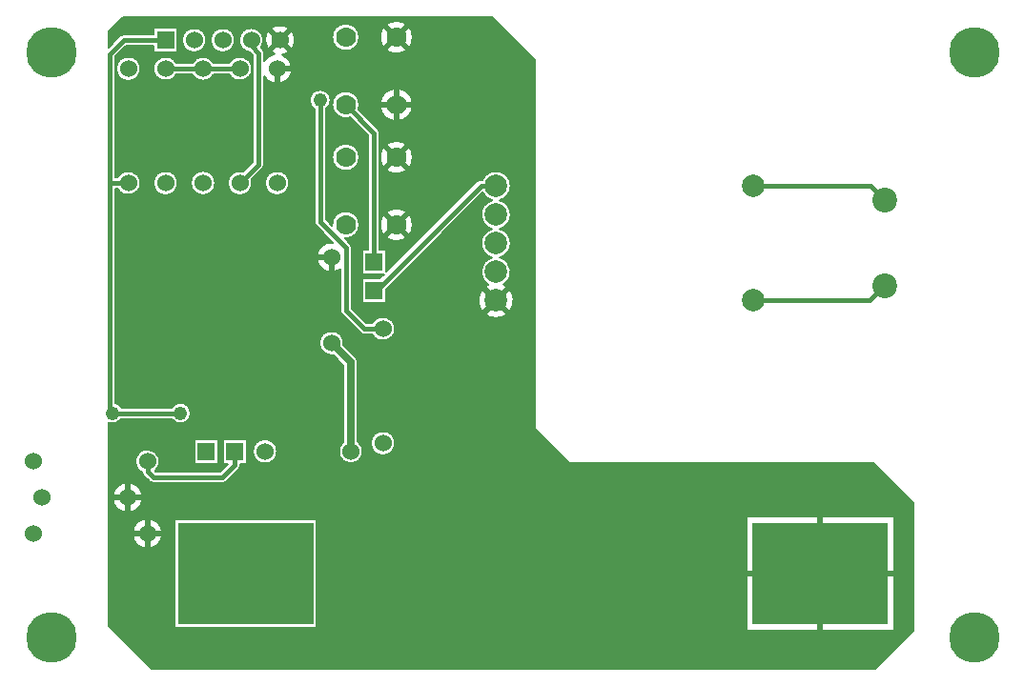
<source format=gbr>
G04 EasyPC Gerber Version 20.0.2 Build 4112 *
%FSLAX35Y35*%
%MOMM*%
%ADD23R,1.52400X1.52400*%
%ADD19C,0.12700*%
%ADD74C,0.38100*%
%ADD76C,0.50000*%
%ADD72C,0.63500*%
%ADD73C,1.21920*%
%ADD24C,1.52400*%
%ADD28C,1.77800*%
%ADD25C,2.00000*%
%ADD29C,2.20000*%
%ADD26R,12.00000X9.00000*%
%ADD27C,4.50000*%
X0Y0D02*
D02*
D19*
X8061250Y1601870D02*
X7705650Y1957470D01*
X5004050*
X4699250Y2262270*
Y5538870*
X4318250Y5919870*
X1041650*
X914650Y5792870*
Y5652510*
X1014690Y5752550*
G75*
G02X1050650Y5767470I35960J-35880*
G01*
X1314700*
Y5824620*
X1530600*
Y5608720*
X1314700*
Y5665870*
X1071690*
X976450Y5570630*
Y4497470*
X997200*
G75*
G02X1200400Y4446670I95250J-50800*
G01*
G75*
G02X997200Y4395870I-107950*
G01*
X976450*
Y2491840*
G75*
G02X1032410Y2452470I-21610J-90180*
G01*
X1477280*
G75*
G02X1647540Y2401670I77550J-50800*
G01*
G75*
G02X1477280Y2350870I-92710*
G01*
X1032410*
G75*
G02X914650Y2318100I-77580J50800*
G01*
Y509670*
X1295650Y128670*
X7725650*
X8061250Y464270*
Y1601870*
X6579350Y1480770D02*
X7892050D01*
Y468070*
X6579350*
Y1480770*
X1568700Y5716670D02*
G75*
G02X1784600I107950D01*
G01*
G75*
G02X1568700I-107950*
G01*
X1822700D02*
G75*
G02X2038600I107950D01*
G01*
G75*
G02X1822700I-107950*
G01*
X2306100D02*
G75*
G02X2571200I132550D01*
G01*
G75*
G02X2461540Y5586110I-132550*
G01*
G75*
G02X2545800Y5462670I-48290J-123440*
G01*
G75*
G02X2298950Y5395550I-132550*
G01*
Y4611770*
G75*
G02X2284030Y4575810I-50800*
G01*
X2186320Y4478100*
G75*
G02X2191000Y4446670I-103270J-31440*
G01*
G75*
G02X1975100I-107950*
G01*
G75*
G02X2114480Y4549940I107950*
G01*
X2197350Y4632810*
Y5581330*
X2168790Y5609890*
G75*
G02X2184650Y5824620I15860J106780*
G01*
G75*
G02X2270770Y5651590J-107950*
G01*
X2284030Y5638330*
G75*
G02X2298950Y5602370I-35880J-35960*
G01*
Y5529790*
G75*
G02X2390360Y5593230I114300J-67120*
G01*
G75*
G02X2306100Y5716670I48290J123440*
G01*
X2305300Y4446670D02*
G75*
G02X2521200I107950D01*
G01*
G75*
G02X2305300I-107950*
G01*
X2197700Y2061670D02*
G75*
G02X2413600I107950D01*
G01*
G75*
G02X2197700I-107950*
G01*
X3257800Y3202070D02*
G75*
G02X3461000Y3151270I95250J-50800D01*
G01*
G75*
G02X3257800Y3100470I-107950*
G01*
X3185650*
G75*
G02X3149690Y3115390J50800*
G01*
X2989770Y3275310*
G75*
G02X2974850Y3311270I35880J35960*
G01*
Y3679830*
G75*
G02X2763300Y3786270I-79000J106440*
G01*
G75*
G02X2907140Y3918340I132550*
G01*
X2759770Y4065710*
G75*
G02X2744850Y4101670I35880J35960*
G01*
Y5104120*
G75*
G02X2702940Y5181670I50800J77550*
G01*
G75*
G02X2888360I92710*
G01*
G75*
G02X2846450Y5104120I-92710*
G01*
Y4122710*
X2902510Y4066650*
G75*
G02X2902200Y4075270I120400J8650*
G01*
G75*
G02X3143500I120650*
G01*
G75*
G02X3022850Y3954620I-120650*
G01*
G75*
G02X3014230Y3954930I30J120710*
G01*
X3061530Y3907630*
G75*
G02X3076450Y3871670I-35880J-35960*
G01*
Y3332310*
X3206690Y3202070*
X3257800*
X3245100Y2135270D02*
G75*
G02X3461000I107950D01*
G01*
G75*
G02X3245100I-107950*
G01*
X3131150Y2148970D02*
G75*
G02X3067650Y1953720I-63500J-87300D01*
G01*
G75*
G02X3004150Y2148970J107950*
G01*
Y2826170*
X2912680Y2917640*
G75*
G02X2787900Y3024270I-16830J106630*
G01*
G75*
G02X3003800I107950*
G01*
G75*
G02X3002480Y3007440I-107970*
G01*
X3112550Y2897370*
G75*
G02X3131150Y2852470I-44900J-44900*
G01*
Y2148970*
X2902200Y4675270D02*
G75*
G02X3143500I120650D01*
G01*
G75*
G02X2902200I-120650*
G01*
X4424600Y3544410D02*
G75*
G02X4356940Y3247110I-67660J-140950D01*
G01*
G75*
G02X4289280Y3544410J156350*
G01*
G75*
G02X4321880Y3784460I67660J113050*
G01*
G75*
G02Y4038460I35060J127000*
G01*
G75*
G02X4325340Y4293370I35060J127000*
G01*
G75*
G02X4240710Y4359230I31590J127900*
G01*
X3383600Y3502120*
Y3383720*
X3167700*
Y3599620*
X3326100*
X3364200Y3637720*
X3167700*
Y3853620*
X3224850*
Y4868230*
X3064310Y5028770*
G75*
G02X2902200Y5142070I-41460J113300*
G01*
G75*
G02X3143500I120650*
G01*
G75*
G02X3136150Y5100610I-120660J10*
G01*
X3311530Y4925230*
G75*
G02X3326450Y4889270I-35880J-35960*
G01*
Y3853620*
X3383600*
Y3657120*
X4186900Y4460420*
G75*
G02X4225740Y4476470I38750J-38760*
G01*
X4237310*
G75*
G02X4488690Y4421270I119630J-55200*
G01*
G75*
G02X4388540Y4293370I-131750*
G01*
G75*
G02X4392000Y4038460I-31600J-127910*
G01*
G75*
G02Y3784460I-35060J-127000*
G01*
G75*
G02X4424600Y3544410I-35060J-127000*
G01*
X2902200Y5742070D02*
G75*
G02X3143500I120650D01*
G01*
G75*
G02X2902200I-120650*
G01*
X3327600Y4075270D02*
G75*
G02X3618100I145250D01*
G01*
G75*
G02X3327600I-145250*
G01*
Y4675270D02*
G75*
G02X3618100I145250D01*
G01*
G75*
G02X3327600I-145250*
G01*
Y5142070D02*
G75*
G02X3618100I145250D01*
G01*
G75*
G02X3327600I-145250*
G01*
Y5742070D02*
G75*
G02X3618100I145250D01*
G01*
G75*
G02X3327600I-145250*
G01*
X1314700Y4446670D02*
G75*
G02X1530600I107950D01*
G01*
G75*
G02X1314700I-107950*
G01*
X1987800Y5513470D02*
G75*
G02X2191000Y5462670I95250J-50800D01*
G01*
G75*
G02X1987800Y5411870I-107950*
G01*
X1850900*
G75*
G02X1660400I-95250J50800*
G01*
X1517900*
G75*
G02X1314700Y5462670I-95250J50800*
G01*
G75*
G02X1517900Y5513470I107950*
G01*
X1660400*
G75*
G02X1850900I95250J-50800*
G01*
X1987800*
X1931700Y2169620D02*
X2147600D01*
Y1953720*
X2090450*
Y1941670*
G75*
G02X2075530Y1905710I-50800*
G01*
X1965610Y1795790*
G75*
G02X1929650Y1780870I-35960J35880*
G01*
X1315650*
G75*
G02X1279690Y1795790J50800*
G01*
X1225770Y1849710*
G75*
G02X1211790Y1875920I35870J35970*
G01*
G75*
G02X1261650Y2079620I49860J95750*
G01*
G75*
G02X1330570Y1888590J-107950*
G01*
X1336690Y1882470*
X1908610*
X1979860Y1953720*
X1931700*
Y2169620*
X1503950Y1456170D02*
X2767450D01*
Y492670*
X1503950*
Y1456170*
X1647700Y4446670D02*
G75*
G02X1863600I107950D01*
G01*
G75*
G02X1647700I-107950*
G01*
X1677700Y2169620D02*
X1893600D01*
Y1953720*
X1677700*
Y2169620*
X984500Y5462670D02*
G75*
G02X1200400I107950D01*
G01*
G75*
G02X984500I-107950*
G01*
X953100Y1651670D02*
G75*
G02X1218200I132550D01*
G01*
G75*
G02X953100I-132550*
G01*
X1129100Y1331670D02*
G75*
G02X1394200I132550D01*
G01*
G75*
G02X1129100I-132550*
G01*
X8054900Y457920D02*
G36*
Y974420D01*
X7892050*
Y468070*
X6579350*
Y974420*
X2767450*
Y492670*
X1503950*
Y974420*
X921000*
Y503320*
X1289300Y135020*
X7732000*
X8054900Y457920*
G37*
X1503950Y1331670D02*
G36*
X1394200D01*
G75*
G02X1129100I-132550*
G01*
X921000*
Y974420*
X1503950*
Y1331670*
G37*
X6579350D02*
G36*
X2767450D01*
Y974420*
X6579350*
Y1331670*
G37*
X7892050D02*
G36*
Y974420D01*
X8054900*
Y1331670*
X7892050*
G37*
X8011450Y1651670D02*
G36*
X1218200D01*
G75*
G02X953100I-132550*
G01*
X921000*
Y1331670*
X1129100*
G75*
G02X1394200I132550*
G01*
X1503950*
Y1456170*
X2767450*
Y1331670*
X6579350*
Y1480770*
X7892050*
Y1331670*
X8054900*
Y1608220*
X8011450Y1651670*
G37*
X4899850Y2061670D02*
G36*
X3432020D01*
G75*
G02X3274080I-78970J73600*
G01*
X3175600*
G75*
G02X3067650Y1953720I-107950*
G01*
G75*
G02X2959700Y2061670J107950*
G01*
X2413600*
G75*
G02X2197700I-107950*
G01*
X2147600*
Y1953720*
X2090450*
Y1941670*
G75*
G02X2075530Y1905710I-50800*
G01*
X1965610Y1795790*
G75*
G02X1929650Y1780870I-35960J35880*
G01*
X1315650*
G75*
G02X1279690Y1795790J50800*
G01*
X1225770Y1849710*
G75*
G02X1211790Y1875920I35850J35950*
G01*
G75*
G02X1153700Y1971670I49860J95750*
G01*
G75*
G02X1202040Y2061670I107950*
G01*
X921000*
Y1651670*
X953100*
G75*
G02X1218200I132550*
G01*
X8011450*
X7705650Y1957470*
X5004050*
X4899850Y2061670*
G37*
X1931700D02*
G36*
X1893600D01*
Y1953720*
X1677700*
Y2061670*
X1321260*
G75*
G02X1369600Y1971670I-59610J-90000*
G01*
G75*
G02X1330570Y1888590I-107950*
G01*
X1336690Y1882470*
X1908610*
X1979860Y1953720*
X1931700*
Y2061670*
G37*
X4699250Y4075270D02*
G36*
X4452980D01*
G75*
G02X4392000Y4038460I-96040J90190*
G01*
G75*
G02X4488690Y3911460I-35060J-127000*
G01*
G75*
G02X4392000Y3784460I-131750*
G01*
G75*
G02X4488690Y3657460I-35060J-127000*
G01*
G75*
G02X4424600Y3544410I-131750*
G01*
G75*
G02X4513290Y3403460I-67660J-140950*
G01*
G75*
G02X4356940Y3247110I-156350*
G01*
G75*
G02X4200590Y3403460J156350*
G01*
G75*
G02X4289280Y3544410I156350*
G01*
G75*
G02X4225190Y3657460I67660J113050*
G01*
G75*
G02X4321880Y3784460I131750*
G01*
G75*
G02X4225190Y3911460I35060J127000*
G01*
G75*
G02X4321880Y4038460I131750*
G01*
G75*
G02X4260900Y4075270I35060J127000*
G01*
X3956750*
X3383600Y3502120*
Y3383720*
X3167700*
Y3599620*
X3326100*
X3364200Y3637720*
X3167700*
Y3853620*
X3224850*
Y4075270*
X3143500*
G75*
G02X3022850Y3954620I-120650*
G01*
G75*
G02X3014230Y3954930I150J124140*
G01*
X3061530Y3907630*
G75*
G02X3076450Y3871670I-35880J-35960*
G01*
Y3332310*
X3206690Y3202070*
X3257800*
G75*
G02X3461000Y3151270I95250J-50800*
G01*
G75*
G02X3257800Y3100470I-107950*
G01*
X3185650*
G75*
G02X3149690Y3115390J50800*
G01*
X2989770Y3275310*
G75*
G02X2974850Y3311270I35880J35960*
G01*
Y3679830*
G75*
G02X2763300Y3786260I-79000J106430*
G01*
G75*
G02Y3786270I286480J10*
G01*
G75*
G02Y3786280I190990J10*
G01*
G75*
G02X2907140Y3918340I132540*
G01*
X2759770Y4065710*
G75*
G02X2752250Y4075270I35880J35960*
G01*
X976450*
Y2491840*
G75*
G02X1032410Y2452470I-21600J-90160*
G01*
X1477280*
G75*
G02X1647540Y2401670I77550J-50800*
G01*
G75*
G02X1477280Y2350870I-92710*
G01*
X1032410*
G75*
G02X921000Y2315330I-77590J50820*
G01*
Y2061670*
X1202040*
G75*
G02X1261650Y2079620I59610J-90000*
G01*
G75*
G02X1321260Y2061670J-107950*
G01*
X1677700*
Y2169620*
X1893600*
Y2061670*
X1931700*
Y2169620*
X2147600*
Y2061670*
X2197700*
G75*
G02X2413600I107950*
G01*
X2959700*
G75*
G02X3004150Y2148970I107950*
G01*
Y2826170*
X2912680Y2917640*
G75*
G02X2787900Y3024260I-16840J106620*
G01*
G75*
G02Y3024270I286480J10*
G01*
G75*
G02X3003800I107950*
G01*
G75*
G02Y3024260I-114590*
G01*
G75*
G02X3002480Y3007440I-107820*
G01*
X3112550Y2897370*
G75*
G02X3131150Y2852490I-44850J-44880*
G01*
G75*
G02Y2852470I-71620J-10*
G01*
Y2148970*
G75*
G02X3175600Y2061670I-63500J-87300*
G01*
X3274080*
G75*
G02X3245100Y2135270I78970J73600*
G01*
G75*
G02X3461000I107950*
G01*
G75*
G02X3432020Y2061670I-107950*
G01*
X4899850*
X4699250Y2262270*
Y4075270*
G37*
X2902200D02*
G36*
X2893890D01*
X2902510Y4066650*
G75*
G02X2902200Y4075270I123830J8770*
G01*
G37*
X3801750D02*
G36*
X3618100D01*
G75*
G02X3327600I-145250*
G01*
X3326450*
Y3853620*
X3383600*
Y3657120*
X3801750Y4075270*
G37*
X2752250D02*
G36*
G75*
G02X2744850Y4101670I43400J26400D01*
G01*
Y4446670*
X2521200*
G75*
G02X2305300I-107950*
G01*
X2191000*
G75*
G02X1975100I-107950*
G01*
X1863600*
G75*
G02X1647700I-107950*
G01*
X1530600*
G75*
G02X1314700I-107950*
G01*
X1200400*
G75*
G02X997200Y4395870I-107950*
G01*
X976450*
Y4075270*
X2752250*
G37*
X3224850Y4446670D02*
G36*
X2846450D01*
Y4122710*
X2893890Y4075270*
X2902200*
G75*
G02X3143500I120650*
G01*
X3224850*
Y4446670*
G37*
X4260900Y4075270D02*
G36*
G75*
G02X4225190Y4165460I96040J90190D01*
G01*
G75*
G02X4325340Y4293370I131750*
G01*
G75*
G02X4240710Y4359230I31590J127900*
G01*
X3956750Y4075270*
X4260900*
G37*
X4173150Y4446670D02*
G36*
X3326450D01*
Y4075270*
X3327600*
G75*
G02X3618100I145250*
G01*
X3801750*
X4173150Y4446670*
G37*
X4699250D02*
G36*
X4486220D01*
G75*
G02X4488690Y4421270I-129290J-25390*
G01*
G75*
G02X4388540Y4293370I-131760J10*
G01*
G75*
G02X4488690Y4165460I-31600J-127910*
G01*
G75*
G02X4452980Y4075270I-131750*
G01*
X4699250*
Y4446670*
G37*
X2197350Y4675270D02*
G36*
X976450D01*
Y4497470*
X997200*
G75*
G02X1200400Y4446670I95250J-50800*
G01*
X1314700*
G75*
G02X1530600I107950*
G01*
X1647700*
G75*
G02X1863600I107950*
G01*
X1975100*
G75*
G02X2114480Y4549940I107950*
G01*
X2197350Y4632810*
Y4675270*
G37*
X2744850D02*
G36*
X2298950D01*
Y4611770*
G75*
G02X2284030Y4575810I-50800*
G01*
X2186320Y4478100*
G75*
G02X2191000Y4446670I-103500J-31470*
G01*
X2305300*
G75*
G02X2521200I107950*
G01*
X2744850*
Y4675270*
G37*
X3224850D02*
G36*
X3143500D01*
G75*
G02X2902200I-120650*
G01*
X2846450*
Y4446670*
X3224850*
Y4675270*
G37*
X4699250D02*
G36*
X3618100D01*
G75*
G02X3327600I-145250*
G01*
X3326450*
Y4446670*
X4173150*
X4186900Y4460420*
G75*
G02X4225740Y4476470I38730J-38710*
G01*
X4237310*
G75*
G02X4486220Y4446670I119630J-55210*
G01*
X4699250*
Y4675270*
G37*
X2197350Y5142070D02*
G36*
X976450D01*
Y4675270*
X2197350*
Y5142070*
G37*
X2711820D02*
G36*
X2298950D01*
Y4675270*
X2744850*
Y5104120*
G75*
G02X2711820Y5142070I50790J77550*
G01*
G37*
X3224850Y4675270D02*
G36*
Y4868230D01*
X3064310Y5028770*
G75*
G02X2902200Y5142070I-41460J113300*
G01*
X2879470*
G75*
G02X2846450Y5104120I-83850J39620*
G01*
Y4675270*
X2902200*
G75*
G02X3143500I120650*
G01*
X3224850*
G37*
X4699250Y5142070D02*
G36*
X3618100D01*
G75*
G02X3327600I-145250*
G01*
X3143500*
G75*
G02Y5142060I-95490*
G01*
G75*
G02X3136150Y5100610I-120550*
G01*
X3311530Y4925230*
G75*
G02X3326450Y4889270I-35880J-35960*
G01*
Y4675270*
X3327600*
G75*
G02X3618100I145250*
G01*
X4699250*
Y5142070*
G37*
X2197350Y5462670D02*
G36*
X2191000D01*
G75*
G02X1987800Y5411870I-107950*
G01*
X1850900*
G75*
G02X1660400I-95250J50800*
G01*
X1517900*
G75*
G02X1314700Y5462670I-95250J50800*
G01*
X1200400*
G75*
G02X984500I-107950*
G01*
X976450*
Y5142070*
X2197350*
Y5462670*
G37*
X4699250D02*
G36*
X2545800D01*
G75*
G02Y5462660I-286480*
G01*
G75*
G02X2298950Y5395550I-132550*
G01*
Y5142070*
X2711820*
G75*
G02X2702940Y5181670I83830J39590*
G01*
G75*
G02X2888360I92710*
G01*
G75*
G02X2879470Y5142070I-92740J20*
G01*
X2902200*
G75*
G02X3143500I120650*
G01*
X3327600*
G75*
G02X3618100I145250*
G01*
X4699250*
Y5462670*
G37*
X978810Y5716670D02*
G36*
X921000D01*
Y5658860*
X978810Y5716670*
G37*
X2197350Y5462670D02*
G36*
Y5581330D01*
X2168790Y5609890*
G75*
G02X2076700Y5716670I15860J106780*
G01*
X2038600*
G75*
G02X1822700I-107950*
G01*
X1784600*
G75*
G02X1568700I-107950*
G01*
X1530600*
Y5608720*
X1314700*
Y5665870*
X1071690*
X976450Y5570630*
Y5462670*
X984500*
G75*
G02X1200400I107950*
G01*
X1314700*
G75*
G02X1517900Y5513470I107950*
G01*
X1660400*
G75*
G02X1850900I95250J-50800*
G01*
X1987800*
G75*
G02X2191000Y5462670I95250J-50800*
G01*
X2197350*
G37*
X2306100Y5716670D02*
G36*
X2292600D01*
G75*
G02X2270770Y5651590I-107950J10*
G01*
X2284030Y5638330*
G75*
G02X2298950Y5602370I-35880J-35960*
G01*
Y5529790*
G75*
G02X2390360Y5593230I114300J-67110*
G01*
G75*
G02X2306100Y5716660I48270J123430*
G01*
G75*
G02Y5716670I114590J10*
G01*
G37*
X4521450D02*
G36*
X3615860D01*
G75*
G02X3329840I-143010J25400*
G01*
X3140800*
G75*
G02X2904900I-117950J25400*
G01*
X2571200*
G75*
G02X2461540Y5586110I-132550*
G01*
G75*
G02X2545800Y5462680I-48270J-123430*
G01*
G75*
G02Y5462670I-114590*
G01*
X4699250*
Y5538870*
X4521450Y5716670*
G37*
X4324600Y5913520D02*
G36*
X1035300D01*
X921000Y5799220*
Y5716670*
X978810*
X1014690Y5752550*
G75*
G02X1050650Y5767470I35960J-35880*
G01*
X1314700*
Y5824620*
X1530600*
Y5716670*
X1568700*
G75*
G02X1784600I107950*
G01*
X1822700*
G75*
G02X2038600I107950*
G01*
X2076700*
G75*
G02X2184650Y5824620I107950*
G01*
G75*
G02X2292600Y5716670J-107950*
G01*
X2306100*
G75*
G02X2571200I132550*
G01*
X2904900*
G75*
G02X2902200Y5742070I117950J25380*
G01*
G75*
G02X3143500I120650*
G01*
G75*
G02X3140800Y5716670I-120650J-20*
G01*
X3329840*
G75*
G02X3327600Y5742070I143010J25410*
G01*
G75*
G02X3618100I145250*
G01*
G75*
G02X3615860Y5716670I-145250J10*
G01*
X4521450*
X4324600Y5913520*
G37*
D02*
D23*
X1422650Y5716670D03*
X1785650Y2061670D03*
X2039650D03*
X3275650Y3491670D03*
Y3745670D03*
D02*
D24*
X245650Y1331670D03*
Y1971670D03*
X323650Y1651670D03*
X1085650D03*
X1092450Y4446670D03*
Y5462670D03*
X1261650Y1331670D03*
Y1971670D03*
X1422650Y4446670D03*
Y5462670D03*
X1676650Y5716670D03*
X1755650Y4446670D03*
Y5462670D03*
X1930650Y5716670D03*
X2083050Y4446670D03*
Y5462670D03*
X2184650Y5716670D03*
X2305650Y2061670D03*
X2413250Y4446670D03*
Y5462670D03*
X2438650Y5716670D03*
X2895850Y3024270D03*
Y3786270D03*
X3067650Y2061670D03*
X3353050Y2135270D03*
Y3151270D03*
D02*
D25*
X4356940Y3403460D03*
Y3657460D03*
Y3911460D03*
Y4165460D03*
Y4421270D03*
X6642940Y3403460D03*
Y4419460D03*
D02*
D26*
X2135700Y974450D03*
X7235700D03*
D02*
D27*
X406650Y406350D03*
Y5606350D03*
X8606350Y406350D03*
Y5606350D03*
D02*
D28*
X3022850Y4075270D03*
Y4675270D03*
Y5142070D03*
Y5742070D03*
X3472850Y4075270D03*
Y4675270D03*
Y5142070D03*
Y5742070D03*
D02*
D29*
X7806350Y3532270D03*
Y4294270D03*
D02*
D72*
X3067650Y2061670D02*
Y2852470D01*
X2895850Y3024270*
D02*
D73*
X954830Y2401670D03*
X1554830D03*
X2795650Y5181670D03*
D02*
D74*
X925650Y4446670D02*
Y2410850D01*
X954830Y2401670*
X1092450Y4446670D02*
X925650D01*
X1261650Y1971670D02*
Y1885670D01*
X1315650Y1831670*
X1929650*
X2039650Y1941670*
Y2061670*
X1422650Y5716670D02*
X1050650D01*
X925650Y5591670*
Y4446670*
X1554830Y2401670D02*
X954830D01*
X1755650Y5462670D02*
X1422650D01*
X2083050D02*
X1755650D01*
X2184650Y5716670D02*
Y5665870D01*
X2248150Y5602370*
Y4611770*
X2083050Y4446670*
X2795650Y5181670D02*
Y4101670D01*
X3025650Y3871670*
Y3311270*
X3185650Y3151270*
X3353050*
X3275650Y3491670D02*
X3295650D01*
X4225650Y4421670*
X4356940*
Y4421270*
X3275650Y3745670D02*
Y4889270D01*
X3022850Y5142070*
X6642940Y3403460D02*
X7677540D01*
X7806350Y3532270*
X6642940Y4419460D02*
X7681160D01*
X7806350Y4294270*
D02*
D76*
X1034450Y1651670D02*
X934450D01*
X1085650Y1600470D02*
Y1500470D01*
Y1702870D02*
Y1802870D01*
X1136850Y1651670D02*
X1236850D01*
X1210450Y1331670D02*
X1110450D01*
X1261650Y1280470D02*
Y1180470D01*
Y1382870D02*
Y1482870D01*
X1312850Y1331670D02*
X1412850D01*
X2402450Y5680470D02*
X2331740Y5609760D01*
X2402450Y5752870D02*
X2331740Y5823580D01*
X2413250Y5411470D02*
Y5311470D01*
X2464450Y5462670D02*
X2564450D01*
X2474850Y5680470D02*
X2545560Y5609760D01*
X2474850Y5752870D02*
X2545560Y5823580D01*
X2844650Y3786270D02*
X2744650D01*
X2895850Y3735070D02*
Y3635070D01*
X3408950Y5142070D02*
X3308950D01*
X3427670Y4030090D02*
X3356960Y3959380D01*
X3427670Y4120450D02*
X3356960Y4191160D01*
X3427670Y4630090D02*
X3356960Y4559380D01*
X3427670Y4720450D02*
X3356960Y4791160D01*
X3427670Y5696890D02*
X3356960Y5626180D01*
X3427670Y5787250D02*
X3356960Y5857960D01*
X3472850Y5078170D02*
Y4978170D01*
Y5205970D02*
Y5305970D01*
X3518030Y4030090D02*
X3588740Y3959380D01*
X3518030Y4120450D02*
X3588740Y4191160D01*
X3518030Y4630090D02*
X3588740Y4559380D01*
X3518030Y4720450D02*
X3588740Y4791160D01*
X3518030Y5696890D02*
X3588740Y5626180D01*
X3518030Y5787250D02*
X3588740Y5857960D01*
X3536750Y5142070D02*
X3636750D01*
X4303910Y3350430D02*
X4233200Y3279720D01*
X4303910Y3456490D02*
X4233200Y3527200D01*
X4409970Y3350430D02*
X4480680Y3279720D01*
X4409970Y3456490D02*
X4480680Y3527200D01*
X6660700Y974450D02*
X6560700D01*
X7235700Y549450D02*
Y449470D01*
Y1399450D02*
Y1499470D01*
X7810700Y974450D02*
X7910700D01*
X0Y0D02*
M02*

</source>
